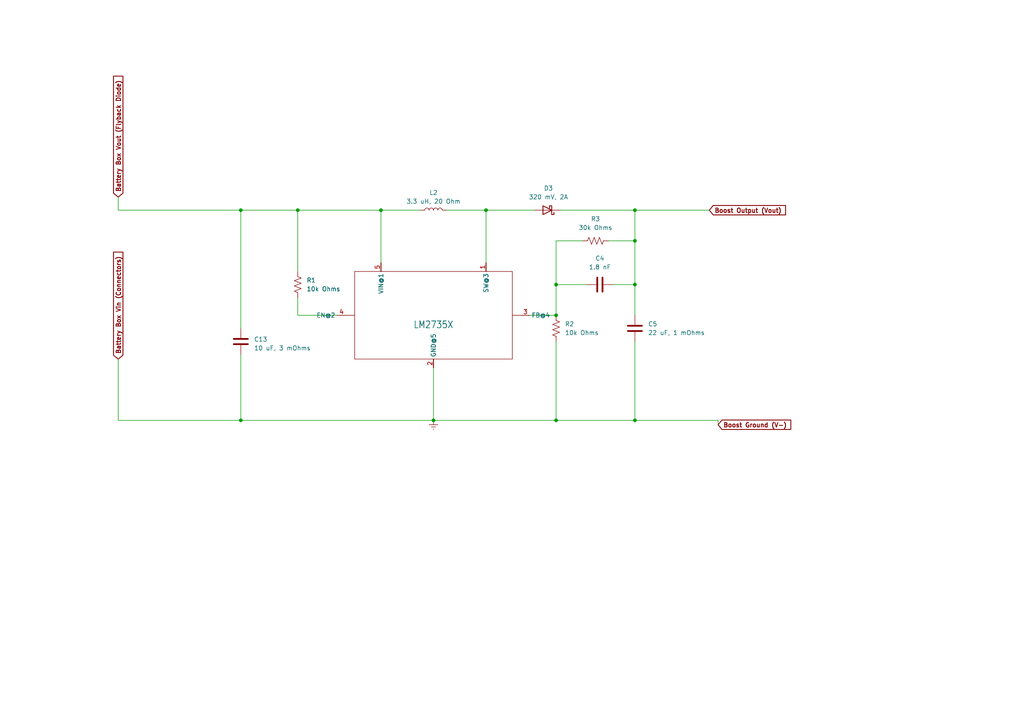
<source format=kicad_sch>
(kicad_sch
	(version 20231120)
	(generator "eeschema")
	(generator_version "8.0")
	(uuid "4e126dc5-a71e-448a-80f0-acfd4432194f")
	(paper "A4")
	(lib_symbols
		(symbol "2024-09-27_13-12-28-eagle-import:LM2735XMF/NOPBLM2735XMF/NOPB"
			(exclude_from_sim no)
			(in_bom yes)
			(on_board yes)
			(property "Reference" ""
				(at 0 3.81 0)
				(effects
					(font
						(size 2 1.7)
					)
					(hide yes)
				)
			)
			(property "Value" ""
				(at 0 -3.81 0)
				(effects
					(font
						(size 2 1.7)
					)
				)
			)
			(property "Footprint" "2024-09-27_13-12-28:MF05A"
				(at 0 0 0)
				(effects
					(font
						(size 1.27 1.27)
					)
					(hide yes)
				)
			)
			(property "Datasheet" ""
				(at 0 0 0)
				(effects
					(font
						(size 1.27 1.27)
					)
					(hide yes)
				)
			)
			(property "Description" ""
				(at 0 0 0)
				(effects
					(font
						(size 1.27 1.27)
					)
					(hide yes)
				)
			)
			(property "ki_locked" ""
				(at 0 0 0)
				(effects
					(font
						(size 1.27 1.27)
					)
				)
			)
			(symbol "LM2735XMF/NOPBLM2735XMF/NOPB_1_0"
				(polyline
					(pts
						(xy -25.4 0) (xy -22.86 0)
					)
					(stroke
						(width 0.1524)
						(type solid)
					)
					(fill
						(type none)
					)
				)
				(polyline
					(pts
						(xy -22.86 -12.7) (xy -22.86 12.7)
					)
					(stroke
						(width 0.1524)
						(type solid)
					)
					(fill
						(type none)
					)
				)
				(polyline
					(pts
						(xy -22.86 12.7) (xy 22.86 12.7)
					)
					(stroke
						(width 0.1524)
						(type solid)
					)
					(fill
						(type none)
					)
				)
				(polyline
					(pts
						(xy -15.24 15.24) (xy -15.24 12.7)
					)
					(stroke
						(width 0.1524)
						(type solid)
					)
					(fill
						(type none)
					)
				)
				(polyline
					(pts
						(xy 0 -15.24) (xy 0 -12.7)
					)
					(stroke
						(width 0.1524)
						(type solid)
					)
					(fill
						(type none)
					)
				)
				(polyline
					(pts
						(xy 15.24 15.24) (xy 15.24 12.7)
					)
					(stroke
						(width 0.1524)
						(type solid)
					)
					(fill
						(type none)
					)
				)
				(polyline
					(pts
						(xy 22.86 -12.7) (xy -22.86 -12.7)
					)
					(stroke
						(width 0.1524)
						(type solid)
					)
					(fill
						(type none)
					)
				)
				(polyline
					(pts
						(xy 22.86 12.7) (xy 22.86 -12.7)
					)
					(stroke
						(width 0.1524)
						(type solid)
					)
					(fill
						(type none)
					)
				)
				(polyline
					(pts
						(xy 25.4 0) (xy 22.86 0)
					)
					(stroke
						(width 0.1524)
						(type solid)
					)
					(fill
						(type none)
					)
				)
				(pin passive line
					(at 15.24 15.24 270)
					(length 2.54)
					(name "SW@3"
						(effects
							(font
								(size 1.27 1.27)
							)
						)
					)
					(number "1"
						(effects
							(font
								(size 1.27 1.27)
							)
						)
					)
				)
				(pin passive line
					(at 0 -15.24 90)
					(length 2.54)
					(name "GND@5"
						(effects
							(font
								(size 1.27 1.27)
							)
						)
					)
					(number "2"
						(effects
							(font
								(size 1.27 1.27)
							)
						)
					)
				)
				(pin passive line
					(at 25.4 0 0)
					(length 2.54)
					(name "FB@4"
						(effects
							(font
								(size 1.27 1.27)
							)
						)
					)
					(number "3"
						(effects
							(font
								(size 1.27 1.27)
							)
						)
					)
				)
				(pin passive line
					(at -25.4 0 180)
					(length 2.54)
					(name "EN@2"
						(effects
							(font
								(size 1.27 1.27)
							)
						)
					)
					(number "4"
						(effects
							(font
								(size 1.27 1.27)
							)
						)
					)
				)
				(pin passive line
					(at -15.24 15.24 270)
					(length 2.54)
					(name "VIN@1"
						(effects
							(font
								(size 1.27 1.27)
							)
						)
					)
					(number "5"
						(effects
							(font
								(size 1.27 1.27)
							)
						)
					)
				)
			)
		)
		(symbol "Device:C"
			(pin_numbers hide)
			(pin_names
				(offset 0.254)
			)
			(exclude_from_sim no)
			(in_bom yes)
			(on_board yes)
			(property "Reference" "C"
				(at 0.635 2.54 0)
				(effects
					(font
						(size 1.27 1.27)
					)
					(justify left)
				)
			)
			(property "Value" "C"
				(at 0.635 -2.54 0)
				(effects
					(font
						(size 1.27 1.27)
					)
					(justify left)
				)
			)
			(property "Footprint" ""
				(at 0.9652 -3.81 0)
				(effects
					(font
						(size 1.27 1.27)
					)
					(hide yes)
				)
			)
			(property "Datasheet" "~"
				(at 0 0 0)
				(effects
					(font
						(size 1.27 1.27)
					)
					(hide yes)
				)
			)
			(property "Description" "Unpolarized capacitor"
				(at 0 0 0)
				(effects
					(font
						(size 1.27 1.27)
					)
					(hide yes)
				)
			)
			(property "ki_keywords" "cap capacitor"
				(at 0 0 0)
				(effects
					(font
						(size 1.27 1.27)
					)
					(hide yes)
				)
			)
			(property "ki_fp_filters" "C_*"
				(at 0 0 0)
				(effects
					(font
						(size 1.27 1.27)
					)
					(hide yes)
				)
			)
			(symbol "C_0_1"
				(polyline
					(pts
						(xy -2.032 -0.762) (xy 2.032 -0.762)
					)
					(stroke
						(width 0.508)
						(type default)
					)
					(fill
						(type none)
					)
				)
				(polyline
					(pts
						(xy -2.032 0.762) (xy 2.032 0.762)
					)
					(stroke
						(width 0.508)
						(type default)
					)
					(fill
						(type none)
					)
				)
			)
			(symbol "C_1_1"
				(pin passive line
					(at 0 3.81 270)
					(length 2.794)
					(name "~"
						(effects
							(font
								(size 1.27 1.27)
							)
						)
					)
					(number "1"
						(effects
							(font
								(size 1.27 1.27)
							)
						)
					)
				)
				(pin passive line
					(at 0 -3.81 90)
					(length 2.794)
					(name "~"
						(effects
							(font
								(size 1.27 1.27)
							)
						)
					)
					(number "2"
						(effects
							(font
								(size 1.27 1.27)
							)
						)
					)
				)
			)
		)
		(symbol "Device:D_Schottky"
			(pin_numbers hide)
			(pin_names
				(offset 1.016) hide)
			(exclude_from_sim no)
			(in_bom yes)
			(on_board yes)
			(property "Reference" "D"
				(at 0 2.54 0)
				(effects
					(font
						(size 1.27 1.27)
					)
				)
			)
			(property "Value" "D_Schottky"
				(at 0 -2.54 0)
				(effects
					(font
						(size 1.27 1.27)
					)
				)
			)
			(property "Footprint" ""
				(at 0 0 0)
				(effects
					(font
						(size 1.27 1.27)
					)
					(hide yes)
				)
			)
			(property "Datasheet" "~"
				(at 0 0 0)
				(effects
					(font
						(size 1.27 1.27)
					)
					(hide yes)
				)
			)
			(property "Description" "Schottky diode"
				(at 0 0 0)
				(effects
					(font
						(size 1.27 1.27)
					)
					(hide yes)
				)
			)
			(property "ki_keywords" "diode Schottky"
				(at 0 0 0)
				(effects
					(font
						(size 1.27 1.27)
					)
					(hide yes)
				)
			)
			(property "ki_fp_filters" "TO-???* *_Diode_* *SingleDiode* D_*"
				(at 0 0 0)
				(effects
					(font
						(size 1.27 1.27)
					)
					(hide yes)
				)
			)
			(symbol "D_Schottky_0_1"
				(polyline
					(pts
						(xy 1.27 0) (xy -1.27 0)
					)
					(stroke
						(width 0)
						(type default)
					)
					(fill
						(type none)
					)
				)
				(polyline
					(pts
						(xy 1.27 1.27) (xy 1.27 -1.27) (xy -1.27 0) (xy 1.27 1.27)
					)
					(stroke
						(width 0.254)
						(type default)
					)
					(fill
						(type none)
					)
				)
				(polyline
					(pts
						(xy -1.905 0.635) (xy -1.905 1.27) (xy -1.27 1.27) (xy -1.27 -1.27) (xy -0.635 -1.27) (xy -0.635 -0.635)
					)
					(stroke
						(width 0.254)
						(type default)
					)
					(fill
						(type none)
					)
				)
			)
			(symbol "D_Schottky_1_1"
				(pin passive line
					(at -3.81 0 0)
					(length 2.54)
					(name "K"
						(effects
							(font
								(size 1.27 1.27)
							)
						)
					)
					(number "1"
						(effects
							(font
								(size 1.27 1.27)
							)
						)
					)
				)
				(pin passive line
					(at 3.81 0 180)
					(length 2.54)
					(name "A"
						(effects
							(font
								(size 1.27 1.27)
							)
						)
					)
					(number "2"
						(effects
							(font
								(size 1.27 1.27)
							)
						)
					)
				)
			)
		)
		(symbol "Device:L"
			(pin_numbers hide)
			(pin_names
				(offset 1.016) hide)
			(exclude_from_sim no)
			(in_bom yes)
			(on_board yes)
			(property "Reference" "L"
				(at -1.27 0 90)
				(effects
					(font
						(size 1.27 1.27)
					)
				)
			)
			(property "Value" "L"
				(at 1.905 0 90)
				(effects
					(font
						(size 1.27 1.27)
					)
				)
			)
			(property "Footprint" ""
				(at 0 0 0)
				(effects
					(font
						(size 1.27 1.27)
					)
					(hide yes)
				)
			)
			(property "Datasheet" "~"
				(at 0 0 0)
				(effects
					(font
						(size 1.27 1.27)
					)
					(hide yes)
				)
			)
			(property "Description" "Inductor"
				(at 0 0 0)
				(effects
					(font
						(size 1.27 1.27)
					)
					(hide yes)
				)
			)
			(property "ki_keywords" "inductor choke coil reactor magnetic"
				(at 0 0 0)
				(effects
					(font
						(size 1.27 1.27)
					)
					(hide yes)
				)
			)
			(property "ki_fp_filters" "Choke_* *Coil* Inductor_* L_*"
				(at 0 0 0)
				(effects
					(font
						(size 1.27 1.27)
					)
					(hide yes)
				)
			)
			(symbol "L_0_1"
				(arc
					(start 0 -2.54)
					(mid 0.6323 -1.905)
					(end 0 -1.27)
					(stroke
						(width 0)
						(type default)
					)
					(fill
						(type none)
					)
				)
				(arc
					(start 0 -1.27)
					(mid 0.6323 -0.635)
					(end 0 0)
					(stroke
						(width 0)
						(type default)
					)
					(fill
						(type none)
					)
				)
				(arc
					(start 0 0)
					(mid 0.6323 0.635)
					(end 0 1.27)
					(stroke
						(width 0)
						(type default)
					)
					(fill
						(type none)
					)
				)
				(arc
					(start 0 1.27)
					(mid 0.6323 1.905)
					(end 0 2.54)
					(stroke
						(width 0)
						(type default)
					)
					(fill
						(type none)
					)
				)
			)
			(symbol "L_1_1"
				(pin passive line
					(at 0 3.81 270)
					(length 1.27)
					(name "1"
						(effects
							(font
								(size 1.27 1.27)
							)
						)
					)
					(number "1"
						(effects
							(font
								(size 1.27 1.27)
							)
						)
					)
				)
				(pin passive line
					(at 0 -3.81 90)
					(length 1.27)
					(name "2"
						(effects
							(font
								(size 1.27 1.27)
							)
						)
					)
					(number "2"
						(effects
							(font
								(size 1.27 1.27)
							)
						)
					)
				)
			)
		)
		(symbol "Device:R_US"
			(pin_numbers hide)
			(pin_names
				(offset 0)
			)
			(exclude_from_sim no)
			(in_bom yes)
			(on_board yes)
			(property "Reference" "R"
				(at 2.54 0 90)
				(effects
					(font
						(size 1.27 1.27)
					)
				)
			)
			(property "Value" "R_US"
				(at -2.54 0 90)
				(effects
					(font
						(size 1.27 1.27)
					)
				)
			)
			(property "Footprint" ""
				(at 1.016 -0.254 90)
				(effects
					(font
						(size 1.27 1.27)
					)
					(hide yes)
				)
			)
			(property "Datasheet" "~"
				(at 0 0 0)
				(effects
					(font
						(size 1.27 1.27)
					)
					(hide yes)
				)
			)
			(property "Description" "Resistor, US symbol"
				(at 0 0 0)
				(effects
					(font
						(size 1.27 1.27)
					)
					(hide yes)
				)
			)
			(property "ki_keywords" "R res resistor"
				(at 0 0 0)
				(effects
					(font
						(size 1.27 1.27)
					)
					(hide yes)
				)
			)
			(property "ki_fp_filters" "R_*"
				(at 0 0 0)
				(effects
					(font
						(size 1.27 1.27)
					)
					(hide yes)
				)
			)
			(symbol "R_US_0_1"
				(polyline
					(pts
						(xy 0 -2.286) (xy 0 -2.54)
					)
					(stroke
						(width 0)
						(type default)
					)
					(fill
						(type none)
					)
				)
				(polyline
					(pts
						(xy 0 2.286) (xy 0 2.54)
					)
					(stroke
						(width 0)
						(type default)
					)
					(fill
						(type none)
					)
				)
				(polyline
					(pts
						(xy 0 -0.762) (xy 1.016 -1.143) (xy 0 -1.524) (xy -1.016 -1.905) (xy 0 -2.286)
					)
					(stroke
						(width 0)
						(type default)
					)
					(fill
						(type none)
					)
				)
				(polyline
					(pts
						(xy 0 0.762) (xy 1.016 0.381) (xy 0 0) (xy -1.016 -0.381) (xy 0 -0.762)
					)
					(stroke
						(width 0)
						(type default)
					)
					(fill
						(type none)
					)
				)
				(polyline
					(pts
						(xy 0 2.286) (xy 1.016 1.905) (xy 0 1.524) (xy -1.016 1.143) (xy 0 0.762)
					)
					(stroke
						(width 0)
						(type default)
					)
					(fill
						(type none)
					)
				)
			)
			(symbol "R_US_1_1"
				(pin passive line
					(at 0 3.81 270)
					(length 1.27)
					(name "~"
						(effects
							(font
								(size 1.27 1.27)
							)
						)
					)
					(number "1"
						(effects
							(font
								(size 1.27 1.27)
							)
						)
					)
				)
				(pin passive line
					(at 0 -3.81 90)
					(length 1.27)
					(name "~"
						(effects
							(font
								(size 1.27 1.27)
							)
						)
					)
					(number "2"
						(effects
							(font
								(size 1.27 1.27)
							)
						)
					)
				)
			)
		)
		(symbol "power:Earth"
			(power)
			(pin_names
				(offset 0)
			)
			(exclude_from_sim no)
			(in_bom yes)
			(on_board yes)
			(property "Reference" "#PWR"
				(at 0 -6.35 0)
				(effects
					(font
						(size 1.27 1.27)
					)
					(hide yes)
				)
			)
			(property "Value" "Earth"
				(at 0 -3.81 0)
				(effects
					(font
						(size 1.27 1.27)
					)
					(hide yes)
				)
			)
			(property "Footprint" ""
				(at 0 0 0)
				(effects
					(font
						(size 1.27 1.27)
					)
					(hide yes)
				)
			)
			(property "Datasheet" "~"
				(at 0 0 0)
				(effects
					(font
						(size 1.27 1.27)
					)
					(hide yes)
				)
			)
			(property "Description" "Power symbol creates a global label with name \"Earth\""
				(at 0 0 0)
				(effects
					(font
						(size 1.27 1.27)
					)
					(hide yes)
				)
			)
			(property "ki_keywords" "global ground gnd"
				(at 0 0 0)
				(effects
					(font
						(size 1.27 1.27)
					)
					(hide yes)
				)
			)
			(symbol "Earth_0_1"
				(polyline
					(pts
						(xy -0.635 -1.905) (xy 0.635 -1.905)
					)
					(stroke
						(width 0)
						(type default)
					)
					(fill
						(type none)
					)
				)
				(polyline
					(pts
						(xy -0.127 -2.54) (xy 0.127 -2.54)
					)
					(stroke
						(width 0)
						(type default)
					)
					(fill
						(type none)
					)
				)
				(polyline
					(pts
						(xy 0 -1.27) (xy 0 0)
					)
					(stroke
						(width 0)
						(type default)
					)
					(fill
						(type none)
					)
				)
				(polyline
					(pts
						(xy 1.27 -1.27) (xy -1.27 -1.27)
					)
					(stroke
						(width 0)
						(type default)
					)
					(fill
						(type none)
					)
				)
			)
			(symbol "Earth_1_1"
				(pin power_in line
					(at 0 0 270)
					(length 0) hide
					(name "Earth"
						(effects
							(font
								(size 1.27 1.27)
							)
						)
					)
					(number "1"
						(effects
							(font
								(size 1.27 1.27)
							)
						)
					)
				)
			)
		)
	)
	(junction
		(at 125.73 121.92)
		(diameter 0)
		(color 0 0 0 0)
		(uuid "0d17ebdc-e41a-44a9-a028-2c639e777b00")
	)
	(junction
		(at 140.97 60.96)
		(diameter 0)
		(color 0 0 0 0)
		(uuid "17f0bcab-bbff-4124-a10b-77b1d17d6f3a")
	)
	(junction
		(at 161.29 91.44)
		(diameter 0)
		(color 0 0 0 0)
		(uuid "2fd40569-fd0a-48ad-b3c5-273e7d893203")
	)
	(junction
		(at 184.15 82.55)
		(diameter 0)
		(color 0 0 0 0)
		(uuid "35623a31-5dc1-457c-8d4f-ad5ef39e847c")
	)
	(junction
		(at 110.49 60.96)
		(diameter 0)
		(color 0 0 0 0)
		(uuid "4f94b151-899e-4e12-b0dd-963872dc9350")
	)
	(junction
		(at 161.29 121.92)
		(diameter 0)
		(color 0 0 0 0)
		(uuid "5116a567-abbb-4943-bf7e-61a047e96708")
	)
	(junction
		(at 184.15 121.92)
		(diameter 0)
		(color 0 0 0 0)
		(uuid "597f7153-e367-4f5d-babe-43aa95e825d4")
	)
	(junction
		(at 184.15 60.96)
		(diameter 0)
		(color 0 0 0 0)
		(uuid "5e592891-1e49-4534-8844-3196ced7d34f")
	)
	(junction
		(at 69.85 60.96)
		(diameter 0)
		(color 0 0 0 0)
		(uuid "77bd3aa1-95df-480f-8745-988a4526534e")
	)
	(junction
		(at 184.15 69.85)
		(diameter 0)
		(color 0 0 0 0)
		(uuid "8eec1bf8-9f71-4e8d-abaa-884c46716809")
	)
	(junction
		(at 69.85 121.92)
		(diameter 0)
		(color 0 0 0 0)
		(uuid "c440e724-19c7-46c6-b167-bb4027b930d2")
	)
	(junction
		(at 86.36 60.96)
		(diameter 0)
		(color 0 0 0 0)
		(uuid "c50825d5-32c3-4ed4-86e7-5ab866c65b0c")
	)
	(junction
		(at 161.29 82.55)
		(diameter 0)
		(color 0 0 0 0)
		(uuid "df13f4a5-9e2a-4c3d-be7f-fd39d843dfdd")
	)
	(wire
		(pts
			(xy 69.85 60.96) (xy 86.36 60.96)
		)
		(stroke
			(width 0)
			(type default)
		)
		(uuid "0916d6d9-e2be-4b6f-a6e0-5f4c59024f36")
	)
	(wire
		(pts
			(xy 161.29 69.85) (xy 168.91 69.85)
		)
		(stroke
			(width 0)
			(type default)
		)
		(uuid "128a91da-4238-4fd5-bb39-1055894516e5")
	)
	(wire
		(pts
			(xy 69.85 121.92) (xy 34.29 121.92)
		)
		(stroke
			(width 0)
			(type default)
		)
		(uuid "1bbecef3-3168-4e8e-9693-64d9b4d4198f")
	)
	(wire
		(pts
			(xy 184.15 121.92) (xy 208.28 121.92)
		)
		(stroke
			(width 0)
			(type default)
		)
		(uuid "1ef74326-173c-4d11-8fa8-943f993ccfaf")
	)
	(wire
		(pts
			(xy 151.13 91.44) (xy 161.29 91.44)
		)
		(stroke
			(width 0)
			(type default)
		)
		(uuid "299806b1-e902-4eaf-9f48-a75a31e050c0")
	)
	(wire
		(pts
			(xy 110.49 60.96) (xy 121.92 60.96)
		)
		(stroke
			(width 0)
			(type default)
		)
		(uuid "3fb7f273-c40b-442c-b512-654e4a0febeb")
	)
	(wire
		(pts
			(xy 161.29 69.85) (xy 161.29 82.55)
		)
		(stroke
			(width 0)
			(type solid)
		)
		(uuid "60836955-9992-4107-9ebb-5bddec74b760")
	)
	(wire
		(pts
			(xy 184.15 99.06) (xy 184.15 121.92)
		)
		(stroke
			(width 0)
			(type default)
		)
		(uuid "634304f9-a3d1-4191-83f0-6a1a5f36a6be")
	)
	(wire
		(pts
			(xy 86.36 60.96) (xy 110.49 60.96)
		)
		(stroke
			(width 0)
			(type default)
		)
		(uuid "78b19a96-013e-4d4d-85d1-298be15daaf8")
	)
	(wire
		(pts
			(xy 184.15 60.96) (xy 184.15 69.85)
		)
		(stroke
			(width 0)
			(type default)
		)
		(uuid "790796bd-6f37-4205-92ba-9c272f1b4476")
	)
	(wire
		(pts
			(xy 140.97 76.2) (xy 140.97 60.96)
		)
		(stroke
			(width 0)
			(type default)
		)
		(uuid "7bd86a2c-09b3-4bb8-bf66-5d1ccaf94439")
	)
	(wire
		(pts
			(xy 34.29 121.92) (xy 34.29 104.14)
		)
		(stroke
			(width 0)
			(type default)
		)
		(uuid "7bf16807-aa0c-4310-ad39-8eb82e7df2ed")
	)
	(wire
		(pts
			(xy 100.33 91.44) (xy 86.36 91.44)
		)
		(stroke
			(width 0)
			(type default)
		)
		(uuid "7c78ec87-a34a-41fb-93da-81a22de9a74e")
	)
	(wire
		(pts
			(xy 140.97 60.96) (xy 154.94 60.96)
		)
		(stroke
			(width 0)
			(type default)
		)
		(uuid "7c82546f-4859-447e-8acf-43f9b70810d8")
	)
	(wire
		(pts
			(xy 86.36 91.44) (xy 86.36 86.36)
		)
		(stroke
			(width 0)
			(type default)
		)
		(uuid "7f26fdd0-1b67-4019-82c6-260e61e39222")
	)
	(wire
		(pts
			(xy 69.85 60.96) (xy 69.85 95.25)
		)
		(stroke
			(width 0)
			(type default)
		)
		(uuid "808aa17b-eb23-4057-8076-8e1fdb9a5586")
	)
	(wire
		(pts
			(xy 69.85 102.87) (xy 69.85 121.92)
		)
		(stroke
			(width 0)
			(type default)
		)
		(uuid "80b11bd4-7330-4875-83d9-2b4e9bfd46df")
	)
	(wire
		(pts
			(xy 184.15 60.96) (xy 205.74 60.96)
		)
		(stroke
			(width 0)
			(type default)
		)
		(uuid "89294c83-610b-471b-8e20-857d5ea4d57b")
	)
	(wire
		(pts
			(xy 177.8 82.55) (xy 184.15 82.55)
		)
		(stroke
			(width 0)
			(type solid)
		)
		(uuid "94301a23-3616-42dc-82c6-2802cce4817e")
	)
	(wire
		(pts
			(xy 184.15 82.55) (xy 184.15 91.44)
		)
		(stroke
			(width 0)
			(type solid)
		)
		(uuid "94487072-1309-4938-b896-69cffe6c7d6e")
	)
	(wire
		(pts
			(xy 125.73 106.68) (xy 125.73 121.92)
		)
		(stroke
			(width 0)
			(type default)
		)
		(uuid "9c6e5231-efe5-40f4-bf3f-a34696a652b2")
	)
	(wire
		(pts
			(xy 69.85 60.96) (xy 34.29 60.96)
		)
		(stroke
			(width 0)
			(type default)
		)
		(uuid "aabc08e8-ed0b-4fb6-8dee-6a81dc50bdd2")
	)
	(wire
		(pts
			(xy 161.29 99.06) (xy 161.29 121.92)
		)
		(stroke
			(width 0)
			(type default)
		)
		(uuid "ac98cac3-843d-4f4b-acb4-5b1e6311ad6a")
	)
	(wire
		(pts
			(xy 86.36 78.74) (xy 86.36 60.96)
		)
		(stroke
			(width 0)
			(type default)
		)
		(uuid "b75ddf11-308a-4fd0-8254-c19f4b0d8154")
	)
	(wire
		(pts
			(xy 69.85 121.92) (xy 125.73 121.92)
		)
		(stroke
			(width 0)
			(type default)
		)
		(uuid "bec281f8-68f2-43cd-b133-1013f6efa67d")
	)
	(wire
		(pts
			(xy 184.15 69.85) (xy 184.15 82.55)
		)
		(stroke
			(width 0)
			(type solid)
		)
		(uuid "c0ae6fb7-4cbf-4ed2-9316-f079242e4c04")
	)
	(wire
		(pts
			(xy 208.28 121.92) (xy 208.28 123.19)
		)
		(stroke
			(width 0)
			(type default)
		)
		(uuid "c27a01b5-ce7e-4ac5-8107-77c94bd432a7")
	)
	(wire
		(pts
			(xy 161.29 121.92) (xy 125.73 121.92)
		)
		(stroke
			(width 0)
			(type default)
		)
		(uuid "c76b50eb-577f-4902-ac43-4a1368854413")
	)
	(wire
		(pts
			(xy 161.29 82.55) (xy 161.29 91.44)
		)
		(stroke
			(width 0)
			(type solid)
		)
		(uuid "d45622ab-64bf-4872-a8fc-6e0979b41b2d")
	)
	(wire
		(pts
			(xy 110.49 76.2) (xy 110.49 60.96)
		)
		(stroke
			(width 0)
			(type default)
		)
		(uuid "e27c6e95-e405-4e84-852a-5b0f5366308d")
	)
	(wire
		(pts
			(xy 161.29 82.55) (xy 170.18 82.55)
		)
		(stroke
			(width 0)
			(type solid)
		)
		(uuid "ee70091d-090a-457d-9380-5c3bcfe54364")
	)
	(wire
		(pts
			(xy 184.15 121.92) (xy 161.29 121.92)
		)
		(stroke
			(width 0)
			(type default)
		)
		(uuid "effa45e5-b8ef-4a00-98ad-a12cf16d835a")
	)
	(wire
		(pts
			(xy 140.97 60.96) (xy 129.54 60.96)
		)
		(stroke
			(width 0)
			(type default)
		)
		(uuid "f0a3c388-4f6e-445c-a0f6-a05ae3dd3e81")
	)
	(wire
		(pts
			(xy 34.29 60.96) (xy 34.29 57.15)
		)
		(stroke
			(width 0)
			(type default)
		)
		(uuid "f5186d0f-044e-4606-aae4-89f01fdeba66")
	)
	(wire
		(pts
			(xy 176.53 69.85) (xy 184.15 69.85)
		)
		(stroke
			(width 0)
			(type default)
		)
		(uuid "fbb5f4b5-cb45-4e56-8898-2892fd2f4165")
	)
	(wire
		(pts
			(xy 162.56 60.96) (xy 184.15 60.96)
		)
		(stroke
			(width 0)
			(type default)
		)
		(uuid "ff76ef27-56da-4bae-980e-0d8c9b59ca27")
	)
	(global_label "Battery Box Vout (Flyback Diode)"
		(shape input)
		(at 34.29 57.15 90)
		(fields_autoplaced yes)
		(effects
			(font
				(size 1.27 1.27)
				(bold yes)
			)
			(justify left)
		)
		(uuid "19124067-7560-478d-9b91-edd9a675b46b")
		(property "Intersheetrefs" "${INTERSHEET_REFS}"
			(at 34.29 21.4553 90)
			(effects
				(font
					(size 1.27 1.27)
				)
				(justify left)
				(hide yes)
			)
		)
	)
	(global_label "Boost Ground (V-)"
		(shape input)
		(at 208.28 123.19 0)
		(fields_autoplaced yes)
		(effects
			(font
				(size 1.27 1.27)
				(bold yes)
			)
			(justify left)
		)
		(uuid "625f7a90-d8ac-45da-8962-64c7ac90acd5")
		(property "Intersheetrefs" "${INTERSHEET_REFS}"
			(at 230.0048 123.19 0)
			(effects
				(font
					(size 1.27 1.27)
				)
				(justify left)
				(hide yes)
			)
		)
	)
	(global_label "Boost Output (Vout)"
		(shape input)
		(at 205.74 60.96 0)
		(fields_autoplaced yes)
		(effects
			(font
				(size 1.27 1.27)
				(bold yes)
			)
			(justify left)
		)
		(uuid "64ca5326-0908-48cc-8fdf-f214e3e9f1aa")
		(property "Intersheetrefs" "${INTERSHEET_REFS}"
			(at 228.4928 60.96 0)
			(effects
				(font
					(size 1.27 1.27)
				)
				(justify left)
				(hide yes)
			)
		)
	)
	(global_label "Battery Box Vin (Connectors)"
		(shape input)
		(at 34.29 104.14 90)
		(fields_autoplaced yes)
		(effects
			(font
				(size 1.27 1.27)
				(bold yes)
			)
			(justify left)
		)
		(uuid "6b374f59-2a02-4dd2-8303-85d7d0f8be97")
		(property "Intersheetrefs" "${INTERSHEET_REFS}"
			(at 34.29 72.4971 90)
			(effects
				(font
					(size 1.27 1.27)
				)
				(justify left)
				(hide yes)
			)
		)
	)
	(symbol
		(lib_id "Device:C")
		(at 173.99 82.55 90)
		(unit 1)
		(exclude_from_sim no)
		(in_bom yes)
		(on_board yes)
		(dnp no)
		(fields_autoplaced yes)
		(uuid "04852199-04ab-4eb1-a804-a451689c0458")
		(property "Reference" "C4"
			(at 173.99 74.93 90)
			(effects
				(font
					(size 1.27 1.27)
				)
			)
		)
		(property "Value" "1.8 nF"
			(at 173.99 77.47 90)
			(effects
				(font
					(size 1.27 1.27)
				)
			)
		)
		(property "Footprint" ""
			(at 177.8 81.5848 0)
			(effects
				(font
					(size 1.27 1.27)
				)
				(hide yes)
			)
		)
		(property "Datasheet" "~"
			(at 173.99 82.55 0)
			(effects
				(font
					(size 1.27 1.27)
				)
				(hide yes)
			)
		)
		(property "Description" ""
			(at 173.99 82.55 0)
			(effects
				(font
					(size 1.27 1.27)
				)
				(hide yes)
			)
		)
		(pin "1"
			(uuid "4b20e38a-3f15-49d6-9d9d-76fe23dacd3f")
		)
		(pin "2"
			(uuid "c31c5226-436b-4d9b-884a-2cc5892aa553")
		)
		(instances
			(project "PCB desing"
				(path "/eb9a8801-b205-4599-90e8-b0089b4de1f9/75f61d54-82fa-43c7-a51b-df767089e132"
					(reference "C4")
					(unit 1)
				)
			)
		)
	)
	(symbol
		(lib_id "Device:C")
		(at 69.85 99.06 0)
		(unit 1)
		(exclude_from_sim no)
		(in_bom yes)
		(on_board yes)
		(dnp no)
		(fields_autoplaced yes)
		(uuid "320ccb5d-1b08-4f98-b6e0-14ac8bb1ed3b")
		(property "Reference" "C13"
			(at 73.66 98.425 0)
			(effects
				(font
					(size 1.27 1.27)
				)
				(justify left)
			)
		)
		(property "Value" "10 uF, 3 mOhms"
			(at 73.66 100.965 0)
			(effects
				(font
					(size 1.27 1.27)
				)
				(justify left)
			)
		)
		(property "Footprint" ""
			(at 70.8152 102.87 0)
			(effects
				(font
					(size 1.27 1.27)
				)
				(hide yes)
			)
		)
		(property "Datasheet" "~"
			(at 69.85 99.06 0)
			(effects
				(font
					(size 1.27 1.27)
				)
				(hide yes)
			)
		)
		(property "Description" ""
			(at 69.85 99.06 0)
			(effects
				(font
					(size 1.27 1.27)
				)
				(hide yes)
			)
		)
		(pin "1"
			(uuid "3673b5c3-bb1a-4844-9b6f-92550c094b47")
		)
		(pin "2"
			(uuid "45658cde-5334-49f2-9c7e-c30e008b4b92")
		)
		(instances
			(project "PCB desing"
				(path "/eb9a8801-b205-4599-90e8-b0089b4de1f9/75f61d54-82fa-43c7-a51b-df767089e132"
					(reference "C13")
					(unit 1)
				)
			)
		)
	)
	(symbol
		(lib_id "power:Earth")
		(at 125.73 121.92 0)
		(unit 1)
		(exclude_from_sim no)
		(in_bom yes)
		(on_board yes)
		(dnp no)
		(fields_autoplaced yes)
		(uuid "3938b47d-443a-40d2-ab0e-2185e6ea3549")
		(property "Reference" "#PWR09"
			(at 125.73 128.27 0)
			(effects
				(font
					(size 1.27 1.27)
				)
				(hide yes)
			)
		)
		(property "Value" "Earth"
			(at 125.73 125.73 0)
			(effects
				(font
					(size 1.27 1.27)
				)
				(hide yes)
			)
		)
		(property "Footprint" ""
			(at 125.73 121.92 0)
			(effects
				(font
					(size 1.27 1.27)
				)
				(hide yes)
			)
		)
		(property "Datasheet" "~"
			(at 125.73 121.92 0)
			(effects
				(font
					(size 1.27 1.27)
				)
				(hide yes)
			)
		)
		(property "Description" ""
			(at 125.73 121.92 0)
			(effects
				(font
					(size 1.27 1.27)
				)
				(hide yes)
			)
		)
		(pin "1"
			(uuid "bfde509e-a11f-4aaf-bbb9-54af9f6dfff8")
		)
		(instances
			(project "PCB desing"
				(path "/eb9a8801-b205-4599-90e8-b0089b4de1f9/75f61d54-82fa-43c7-a51b-df767089e132"
					(reference "#PWR09")
					(unit 1)
				)
			)
		)
	)
	(symbol
		(lib_id "Device:L")
		(at 125.73 60.96 90)
		(unit 1)
		(exclude_from_sim no)
		(in_bom yes)
		(on_board yes)
		(dnp no)
		(fields_autoplaced yes)
		(uuid "95668107-f5d2-4e62-879b-51ba96a1ef5f")
		(property "Reference" "L2"
			(at 125.73 55.88 90)
			(effects
				(font
					(size 1.27 1.27)
				)
			)
		)
		(property "Value" "3.3 uH, 20 Ohm"
			(at 125.73 58.42 90)
			(effects
				(font
					(size 1.27 1.27)
				)
			)
		)
		(property "Footprint" ""
			(at 125.73 60.96 0)
			(effects
				(font
					(size 1.27 1.27)
				)
				(hide yes)
			)
		)
		(property "Datasheet" "~"
			(at 125.73 60.96 0)
			(effects
				(font
					(size 1.27 1.27)
				)
				(hide yes)
			)
		)
		(property "Description" ""
			(at 125.73 60.96 0)
			(effects
				(font
					(size 1.27 1.27)
				)
				(hide yes)
			)
		)
		(pin "1"
			(uuid "0c28121b-4a07-4937-9900-23e26a3d4321")
		)
		(pin "2"
			(uuid "280f79d3-bcd9-4938-b3c0-7e2f02855993")
		)
		(instances
			(project "PCB desing"
				(path "/eb9a8801-b205-4599-90e8-b0089b4de1f9/75f61d54-82fa-43c7-a51b-df767089e132"
					(reference "L2")
					(unit 1)
				)
			)
		)
	)
	(symbol
		(lib_id "2024-09-27_13-12-28-eagle-import:LM2735XMF/NOPBLM2735XMF/NOPB")
		(at 125.73 91.44 0)
		(unit 1)
		(exclude_from_sim no)
		(in_bom yes)
		(on_board yes)
		(dnp no)
		(uuid "c48048f1-4ea9-4697-b466-01546fbabcb2")
		(property "Reference" "U11"
			(at 125.73 91.44 0)
			(effects
				(font
					(size 2 1.7)
				)
				(justify bottom)
				(hide yes)
			)
		)
		(property "Value" "LM2735X"
			(at 125.73 95.25 0)
			(effects
				(font
					(size 2 1.7)
				)
				(justify bottom)
			)
		)
		(property "Footprint" "Boost Converter Chip:MF05A"
			(at 125.73 91.44 0)
			(effects
				(font
					(size 1.27 1.27)
				)
				(hide yes)
			)
		)
		(property "Datasheet" ""
			(at 125.73 91.44 0)
			(effects
				(font
					(size 1.27 1.27)
				)
				(hide yes)
			)
		)
		(property "Description" ""
			(at 125.73 91.44 0)
			(effects
				(font
					(size 1.27 1.27)
				)
				(hide yes)
			)
		)
		(pin "1"
			(uuid "be26c855-b9ce-4944-a618-c322bfabeadf")
		)
		(pin "2"
			(uuid "e5be112f-f585-49b5-a065-863a859820db")
		)
		(pin "3"
			(uuid "9aa74688-3634-42ef-9747-c5eed69630e3")
		)
		(pin "4"
			(uuid "7c930eb1-5e07-4edb-818a-3dd4cffb6f77")
		)
		(pin "5"
			(uuid "d77d5a39-27e8-49a3-8f19-ced362f1e4ca")
		)
		(instances
			(project "PCB desing"
				(path "/eb9a8801-b205-4599-90e8-b0089b4de1f9/75f61d54-82fa-43c7-a51b-df767089e132"
					(reference "U11")
					(unit 1)
				)
			)
		)
	)
	(symbol
		(lib_id "Device:R_US")
		(at 172.72 69.85 90)
		(unit 1)
		(exclude_from_sim no)
		(in_bom yes)
		(on_board yes)
		(dnp no)
		(fields_autoplaced yes)
		(uuid "c74f38bc-eade-4574-bc2b-2cc706385bde")
		(property "Reference" "R3"
			(at 172.72 63.5 90)
			(effects
				(font
					(size 1.27 1.27)
				)
			)
		)
		(property "Value" "30k Ohms"
			(at 172.72 66.04 90)
			(effects
				(font
					(size 1.27 1.27)
				)
			)
		)
		(property "Footprint" ""
			(at 172.974 68.834 90)
			(effects
				(font
					(size 1.27 1.27)
				)
				(hide yes)
			)
		)
		(property "Datasheet" "~"
			(at 172.72 69.85 0)
			(effects
				(font
					(size 1.27 1.27)
				)
				(hide yes)
			)
		)
		(property "Description" ""
			(at 172.72 69.85 0)
			(effects
				(font
					(size 1.27 1.27)
				)
				(hide yes)
			)
		)
		(pin "1"
			(uuid "6ec1397e-585a-44b0-876f-973fbe2557d9")
		)
		(pin "2"
			(uuid "7ecd1d4a-dde9-479f-8f67-ad15e80a3b2e")
		)
		(instances
			(project "PCB desing"
				(path "/eb9a8801-b205-4599-90e8-b0089b4de1f9/75f61d54-82fa-43c7-a51b-df767089e132"
					(reference "R3")
					(unit 1)
				)
			)
		)
	)
	(symbol
		(lib_id "Device:R_US")
		(at 161.29 95.25 0)
		(unit 1)
		(exclude_from_sim no)
		(in_bom yes)
		(on_board yes)
		(dnp no)
		(fields_autoplaced yes)
		(uuid "c972b8cc-1f27-4ecc-94ad-e314a519afb4")
		(property "Reference" "R2"
			(at 163.83 93.9799 0)
			(effects
				(font
					(size 1.27 1.27)
				)
				(justify left)
			)
		)
		(property "Value" "10k Ohms"
			(at 163.83 96.5199 0)
			(effects
				(font
					(size 1.27 1.27)
				)
				(justify left)
			)
		)
		(property "Footprint" ""
			(at 162.306 95.504 90)
			(effects
				(font
					(size 1.27 1.27)
				)
				(hide yes)
			)
		)
		(property "Datasheet" "~"
			(at 161.29 95.25 0)
			(effects
				(font
					(size 1.27 1.27)
				)
				(hide yes)
			)
		)
		(property "Description" ""
			(at 161.29 95.25 0)
			(effects
				(font
					(size 1.27 1.27)
				)
				(hide yes)
			)
		)
		(pin "1"
			(uuid "0cd626b9-18fb-4aee-9227-ef05b98f3acd")
		)
		(pin "2"
			(uuid "0f29dc34-a93e-40a2-a37f-eee085a51ecc")
		)
		(instances
			(project "PCB desing"
				(path "/eb9a8801-b205-4599-90e8-b0089b4de1f9/75f61d54-82fa-43c7-a51b-df767089e132"
					(reference "R2")
					(unit 1)
				)
			)
		)
	)
	(symbol
		(lib_id "Device:C")
		(at 184.15 95.25 0)
		(unit 1)
		(exclude_from_sim no)
		(in_bom yes)
		(on_board yes)
		(dnp no)
		(fields_autoplaced yes)
		(uuid "d5e49763-f1ea-474a-ba52-f299029c92f4")
		(property "Reference" "C5"
			(at 187.96 93.9799 0)
			(effects
				(font
					(size 1.27 1.27)
				)
				(justify left)
			)
		)
		(property "Value" "22 uF, 1 mOhms"
			(at 187.96 96.5199 0)
			(effects
				(font
					(size 1.27 1.27)
				)
				(justify left)
			)
		)
		(property "Footprint" ""
			(at 185.1152 99.06 0)
			(effects
				(font
					(size 1.27 1.27)
				)
				(hide yes)
			)
		)
		(property "Datasheet" "~"
			(at 184.15 95.25 0)
			(effects
				(font
					(size 1.27 1.27)
				)
				(hide yes)
			)
		)
		(property "Description" ""
			(at 184.15 95.25 0)
			(effects
				(font
					(size 1.27 1.27)
				)
				(hide yes)
			)
		)
		(pin "1"
			(uuid "676b820e-f63c-4e15-b5f3-1cb158c2335b")
		)
		(pin "2"
			(uuid "2952e2f7-71c8-42a4-9b0b-4c6fb6173fe0")
		)
		(instances
			(project "PCB desing"
				(path "/eb9a8801-b205-4599-90e8-b0089b4de1f9/75f61d54-82fa-43c7-a51b-df767089e132"
					(reference "C5")
					(unit 1)
				)
			)
		)
	)
	(symbol
		(lib_id "Device:D_Schottky")
		(at 158.75 60.96 180)
		(unit 1)
		(exclude_from_sim no)
		(in_bom yes)
		(on_board yes)
		(dnp no)
		(fields_autoplaced yes)
		(uuid "e29d4b70-a00b-4565-9b0c-354a03bf2475")
		(property "Reference" "D3"
			(at 159.0675 54.61 0)
			(effects
				(font
					(size 1.27 1.27)
				)
			)
		)
		(property "Value" "320 mV, 2A"
			(at 159.0675 57.15 0)
			(effects
				(font
					(size 1.27 1.27)
				)
			)
		)
		(property "Footprint" ""
			(at 158.75 60.96 0)
			(effects
				(font
					(size 1.27 1.27)
				)
				(hide yes)
			)
		)
		(property "Datasheet" "~"
			(at 158.75 60.96 0)
			(effects
				(font
					(size 1.27 1.27)
				)
				(hide yes)
			)
		)
		(property "Description" ""
			(at 158.75 60.96 0)
			(effects
				(font
					(size 1.27 1.27)
				)
				(hide yes)
			)
		)
		(pin "1"
			(uuid "8e11decf-6bf4-4dad-bbe6-30b03921a4a2")
		)
		(pin "2"
			(uuid "64c3f154-ec02-4e23-a971-cec6d5268102")
		)
		(instances
			(project "PCB desing"
				(path "/eb9a8801-b205-4599-90e8-b0089b4de1f9/75f61d54-82fa-43c7-a51b-df767089e132"
					(reference "D3")
					(unit 1)
				)
			)
		)
	)
	(symbol
		(lib_id "Device:R_US")
		(at 86.36 82.55 0)
		(unit 1)
		(exclude_from_sim no)
		(in_bom yes)
		(on_board yes)
		(dnp no)
		(fields_autoplaced yes)
		(uuid "ef7aedfe-8c19-40e9-9c16-0a5a10098ffe")
		(property "Reference" "R1"
			(at 88.9 81.2799 0)
			(effects
				(font
					(size 1.27 1.27)
				)
				(justify left)
			)
		)
		(property "Value" "10k Ohms"
			(at 88.9 83.8199 0)
			(effects
				(font
					(size 1.27 1.27)
				)
				(justify left)
			)
		)
		(property "Footprint" ""
			(at 87.376 82.804 90)
			(effects
				(font
					(size 1.27 1.27)
				)
				(hide yes)
			)
		)
		(property "Datasheet" "~"
			(at 86.36 82.55 0)
			(effects
				(font
					(size 1.27 1.27)
				)
				(hide yes)
			)
		)
		(property "Description" ""
			(at 86.36 82.55 0)
			(effects
				(font
					(size 1.27 1.27)
				)
				(hide yes)
			)
		)
		(pin "1"
			(uuid "02797c29-1d3c-4c73-ae9e-8ec2fd98fa83")
		)
		(pin "2"
			(uuid "72464803-57da-40fb-bc10-1c846822728d")
		)
		(instances
			(project "PCB desing"
				(path "/eb9a8801-b205-4599-90e8-b0089b4de1f9/75f61d54-82fa-43c7-a51b-df767089e132"
					(reference "R1")
					(unit 1)
				)
			)
		)
	)
)

</source>
